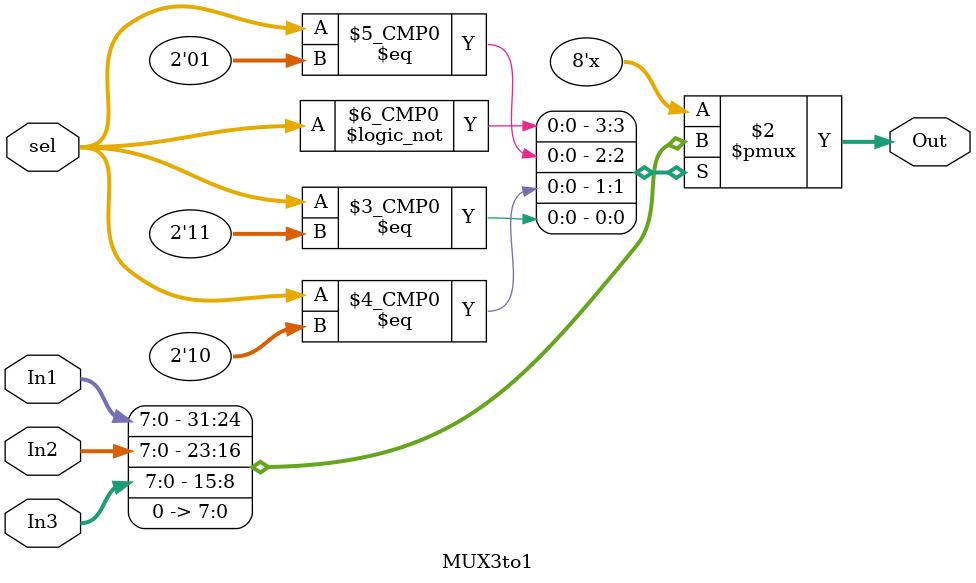
<source format=v>
module MUX3to1(In1, In2, In3, Out, sel);

input 		[7:0]	In1;
input 		[7:0]	In2;
input 		[7:0]	In3;
input		[1:0]	sel;
output	reg	[7:0]	Out;

always @(*)
begin
	case (sel)
		2'b00 :
		begin
			Out = In1;
		end
		2'b01 :
		begin
			Out = In2;
		end
		2'b10 :
		begin
			Out = In3;
		end
		2'b11 :
		begin
			Out = 8'b0;
		end
	endcase
end

endmodule
</source>
